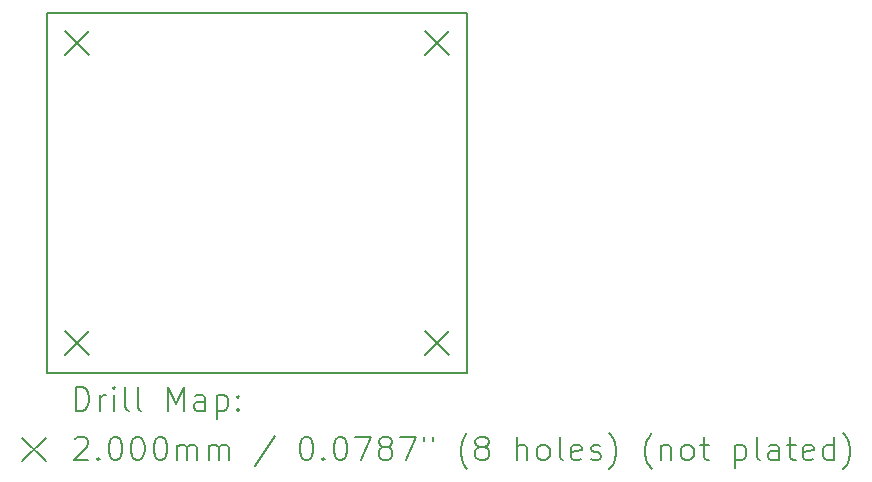
<source format=gbr>
%FSLAX45Y45*%
G04 Gerber Fmt 4.5, Leading zero omitted, Abs format (unit mm)*
G04 Created by KiCad (PCBNEW (6.0.5)) date 2022-05-28 22:26:31*
%MOMM*%
%LPD*%
G01*
G04 APERTURE LIST*
%TA.AperFunction,Profile*%
%ADD10C,0.200000*%
%TD*%
%ADD11C,0.200000*%
G04 APERTURE END LIST*
D10*
X8890000Y-2540000D02*
X12446000Y-2540000D01*
X12446000Y-2540000D02*
X12446000Y-5588000D01*
X12446000Y-5588000D02*
X8890000Y-5588000D01*
X8890000Y-5588000D02*
X8890000Y-2540000D01*
D11*
X9044000Y-2694000D02*
X9244000Y-2894000D01*
X9244000Y-2694000D02*
X9044000Y-2894000D01*
X9044000Y-2694000D02*
X9244000Y-2894000D01*
X9244000Y-2694000D02*
X9044000Y-2894000D01*
X9044000Y-5234000D02*
X9244000Y-5434000D01*
X9244000Y-5234000D02*
X9044000Y-5434000D01*
X9044000Y-5234000D02*
X9244000Y-5434000D01*
X9244000Y-5234000D02*
X9044000Y-5434000D01*
X12092000Y-2694000D02*
X12292000Y-2894000D01*
X12292000Y-2694000D02*
X12092000Y-2894000D01*
X12092000Y-2694000D02*
X12292000Y-2894000D01*
X12292000Y-2694000D02*
X12092000Y-2894000D01*
X12092000Y-5234000D02*
X12292000Y-5434000D01*
X12292000Y-5234000D02*
X12092000Y-5434000D01*
X12092000Y-5234000D02*
X12292000Y-5434000D01*
X12292000Y-5234000D02*
X12092000Y-5434000D01*
X9137619Y-5908476D02*
X9137619Y-5708476D01*
X9185238Y-5708476D01*
X9213810Y-5718000D01*
X9232857Y-5737048D01*
X9242381Y-5756095D01*
X9251905Y-5794190D01*
X9251905Y-5822762D01*
X9242381Y-5860857D01*
X9232857Y-5879905D01*
X9213810Y-5898952D01*
X9185238Y-5908476D01*
X9137619Y-5908476D01*
X9337619Y-5908476D02*
X9337619Y-5775143D01*
X9337619Y-5813238D02*
X9347143Y-5794190D01*
X9356667Y-5784667D01*
X9375714Y-5775143D01*
X9394762Y-5775143D01*
X9461429Y-5908476D02*
X9461429Y-5775143D01*
X9461429Y-5708476D02*
X9451905Y-5718000D01*
X9461429Y-5727524D01*
X9470952Y-5718000D01*
X9461429Y-5708476D01*
X9461429Y-5727524D01*
X9585238Y-5908476D02*
X9566190Y-5898952D01*
X9556667Y-5879905D01*
X9556667Y-5708476D01*
X9690000Y-5908476D02*
X9670952Y-5898952D01*
X9661429Y-5879905D01*
X9661429Y-5708476D01*
X9918571Y-5908476D02*
X9918571Y-5708476D01*
X9985238Y-5851333D01*
X10051905Y-5708476D01*
X10051905Y-5908476D01*
X10232857Y-5908476D02*
X10232857Y-5803714D01*
X10223333Y-5784667D01*
X10204286Y-5775143D01*
X10166190Y-5775143D01*
X10147143Y-5784667D01*
X10232857Y-5898952D02*
X10213810Y-5908476D01*
X10166190Y-5908476D01*
X10147143Y-5898952D01*
X10137619Y-5879905D01*
X10137619Y-5860857D01*
X10147143Y-5841809D01*
X10166190Y-5832286D01*
X10213810Y-5832286D01*
X10232857Y-5822762D01*
X10328095Y-5775143D02*
X10328095Y-5975143D01*
X10328095Y-5784667D02*
X10347143Y-5775143D01*
X10385238Y-5775143D01*
X10404286Y-5784667D01*
X10413810Y-5794190D01*
X10423333Y-5813238D01*
X10423333Y-5870381D01*
X10413810Y-5889428D01*
X10404286Y-5898952D01*
X10385238Y-5908476D01*
X10347143Y-5908476D01*
X10328095Y-5898952D01*
X10509048Y-5889428D02*
X10518571Y-5898952D01*
X10509048Y-5908476D01*
X10499524Y-5898952D01*
X10509048Y-5889428D01*
X10509048Y-5908476D01*
X10509048Y-5784667D02*
X10518571Y-5794190D01*
X10509048Y-5803714D01*
X10499524Y-5794190D01*
X10509048Y-5784667D01*
X10509048Y-5803714D01*
X8680000Y-6138000D02*
X8880000Y-6338000D01*
X8880000Y-6138000D02*
X8680000Y-6338000D01*
X9128095Y-6147524D02*
X9137619Y-6138000D01*
X9156667Y-6128476D01*
X9204286Y-6128476D01*
X9223333Y-6138000D01*
X9232857Y-6147524D01*
X9242381Y-6166571D01*
X9242381Y-6185619D01*
X9232857Y-6214190D01*
X9118571Y-6328476D01*
X9242381Y-6328476D01*
X9328095Y-6309428D02*
X9337619Y-6318952D01*
X9328095Y-6328476D01*
X9318571Y-6318952D01*
X9328095Y-6309428D01*
X9328095Y-6328476D01*
X9461429Y-6128476D02*
X9480476Y-6128476D01*
X9499524Y-6138000D01*
X9509048Y-6147524D01*
X9518571Y-6166571D01*
X9528095Y-6204667D01*
X9528095Y-6252286D01*
X9518571Y-6290381D01*
X9509048Y-6309428D01*
X9499524Y-6318952D01*
X9480476Y-6328476D01*
X9461429Y-6328476D01*
X9442381Y-6318952D01*
X9432857Y-6309428D01*
X9423333Y-6290381D01*
X9413810Y-6252286D01*
X9413810Y-6204667D01*
X9423333Y-6166571D01*
X9432857Y-6147524D01*
X9442381Y-6138000D01*
X9461429Y-6128476D01*
X9651905Y-6128476D02*
X9670952Y-6128476D01*
X9690000Y-6138000D01*
X9699524Y-6147524D01*
X9709048Y-6166571D01*
X9718571Y-6204667D01*
X9718571Y-6252286D01*
X9709048Y-6290381D01*
X9699524Y-6309428D01*
X9690000Y-6318952D01*
X9670952Y-6328476D01*
X9651905Y-6328476D01*
X9632857Y-6318952D01*
X9623333Y-6309428D01*
X9613810Y-6290381D01*
X9604286Y-6252286D01*
X9604286Y-6204667D01*
X9613810Y-6166571D01*
X9623333Y-6147524D01*
X9632857Y-6138000D01*
X9651905Y-6128476D01*
X9842381Y-6128476D02*
X9861429Y-6128476D01*
X9880476Y-6138000D01*
X9890000Y-6147524D01*
X9899524Y-6166571D01*
X9909048Y-6204667D01*
X9909048Y-6252286D01*
X9899524Y-6290381D01*
X9890000Y-6309428D01*
X9880476Y-6318952D01*
X9861429Y-6328476D01*
X9842381Y-6328476D01*
X9823333Y-6318952D01*
X9813810Y-6309428D01*
X9804286Y-6290381D01*
X9794762Y-6252286D01*
X9794762Y-6204667D01*
X9804286Y-6166571D01*
X9813810Y-6147524D01*
X9823333Y-6138000D01*
X9842381Y-6128476D01*
X9994762Y-6328476D02*
X9994762Y-6195143D01*
X9994762Y-6214190D02*
X10004286Y-6204667D01*
X10023333Y-6195143D01*
X10051905Y-6195143D01*
X10070952Y-6204667D01*
X10080476Y-6223714D01*
X10080476Y-6328476D01*
X10080476Y-6223714D02*
X10090000Y-6204667D01*
X10109048Y-6195143D01*
X10137619Y-6195143D01*
X10156667Y-6204667D01*
X10166190Y-6223714D01*
X10166190Y-6328476D01*
X10261429Y-6328476D02*
X10261429Y-6195143D01*
X10261429Y-6214190D02*
X10270952Y-6204667D01*
X10290000Y-6195143D01*
X10318571Y-6195143D01*
X10337619Y-6204667D01*
X10347143Y-6223714D01*
X10347143Y-6328476D01*
X10347143Y-6223714D02*
X10356667Y-6204667D01*
X10375714Y-6195143D01*
X10404286Y-6195143D01*
X10423333Y-6204667D01*
X10432857Y-6223714D01*
X10432857Y-6328476D01*
X10823333Y-6118952D02*
X10651905Y-6376095D01*
X11080476Y-6128476D02*
X11099524Y-6128476D01*
X11118571Y-6138000D01*
X11128095Y-6147524D01*
X11137619Y-6166571D01*
X11147143Y-6204667D01*
X11147143Y-6252286D01*
X11137619Y-6290381D01*
X11128095Y-6309428D01*
X11118571Y-6318952D01*
X11099524Y-6328476D01*
X11080476Y-6328476D01*
X11061429Y-6318952D01*
X11051905Y-6309428D01*
X11042381Y-6290381D01*
X11032857Y-6252286D01*
X11032857Y-6204667D01*
X11042381Y-6166571D01*
X11051905Y-6147524D01*
X11061429Y-6138000D01*
X11080476Y-6128476D01*
X11232857Y-6309428D02*
X11242381Y-6318952D01*
X11232857Y-6328476D01*
X11223333Y-6318952D01*
X11232857Y-6309428D01*
X11232857Y-6328476D01*
X11366190Y-6128476D02*
X11385238Y-6128476D01*
X11404286Y-6138000D01*
X11413809Y-6147524D01*
X11423333Y-6166571D01*
X11432857Y-6204667D01*
X11432857Y-6252286D01*
X11423333Y-6290381D01*
X11413809Y-6309428D01*
X11404286Y-6318952D01*
X11385238Y-6328476D01*
X11366190Y-6328476D01*
X11347143Y-6318952D01*
X11337619Y-6309428D01*
X11328095Y-6290381D01*
X11318571Y-6252286D01*
X11318571Y-6204667D01*
X11328095Y-6166571D01*
X11337619Y-6147524D01*
X11347143Y-6138000D01*
X11366190Y-6128476D01*
X11499524Y-6128476D02*
X11632857Y-6128476D01*
X11547143Y-6328476D01*
X11737619Y-6214190D02*
X11718571Y-6204667D01*
X11709048Y-6195143D01*
X11699524Y-6176095D01*
X11699524Y-6166571D01*
X11709048Y-6147524D01*
X11718571Y-6138000D01*
X11737619Y-6128476D01*
X11775714Y-6128476D01*
X11794762Y-6138000D01*
X11804286Y-6147524D01*
X11813809Y-6166571D01*
X11813809Y-6176095D01*
X11804286Y-6195143D01*
X11794762Y-6204667D01*
X11775714Y-6214190D01*
X11737619Y-6214190D01*
X11718571Y-6223714D01*
X11709048Y-6233238D01*
X11699524Y-6252286D01*
X11699524Y-6290381D01*
X11709048Y-6309428D01*
X11718571Y-6318952D01*
X11737619Y-6328476D01*
X11775714Y-6328476D01*
X11794762Y-6318952D01*
X11804286Y-6309428D01*
X11813809Y-6290381D01*
X11813809Y-6252286D01*
X11804286Y-6233238D01*
X11794762Y-6223714D01*
X11775714Y-6214190D01*
X11880476Y-6128476D02*
X12013809Y-6128476D01*
X11928095Y-6328476D01*
X12080476Y-6128476D02*
X12080476Y-6166571D01*
X12156667Y-6128476D02*
X12156667Y-6166571D01*
X12451905Y-6404667D02*
X12442381Y-6395143D01*
X12423333Y-6366571D01*
X12413809Y-6347524D01*
X12404286Y-6318952D01*
X12394762Y-6271333D01*
X12394762Y-6233238D01*
X12404286Y-6185619D01*
X12413809Y-6157048D01*
X12423333Y-6138000D01*
X12442381Y-6109428D01*
X12451905Y-6099905D01*
X12556667Y-6214190D02*
X12537619Y-6204667D01*
X12528095Y-6195143D01*
X12518571Y-6176095D01*
X12518571Y-6166571D01*
X12528095Y-6147524D01*
X12537619Y-6138000D01*
X12556667Y-6128476D01*
X12594762Y-6128476D01*
X12613809Y-6138000D01*
X12623333Y-6147524D01*
X12632857Y-6166571D01*
X12632857Y-6176095D01*
X12623333Y-6195143D01*
X12613809Y-6204667D01*
X12594762Y-6214190D01*
X12556667Y-6214190D01*
X12537619Y-6223714D01*
X12528095Y-6233238D01*
X12518571Y-6252286D01*
X12518571Y-6290381D01*
X12528095Y-6309428D01*
X12537619Y-6318952D01*
X12556667Y-6328476D01*
X12594762Y-6328476D01*
X12613809Y-6318952D01*
X12623333Y-6309428D01*
X12632857Y-6290381D01*
X12632857Y-6252286D01*
X12623333Y-6233238D01*
X12613809Y-6223714D01*
X12594762Y-6214190D01*
X12870952Y-6328476D02*
X12870952Y-6128476D01*
X12956667Y-6328476D02*
X12956667Y-6223714D01*
X12947143Y-6204667D01*
X12928095Y-6195143D01*
X12899524Y-6195143D01*
X12880476Y-6204667D01*
X12870952Y-6214190D01*
X13080476Y-6328476D02*
X13061428Y-6318952D01*
X13051905Y-6309428D01*
X13042381Y-6290381D01*
X13042381Y-6233238D01*
X13051905Y-6214190D01*
X13061428Y-6204667D01*
X13080476Y-6195143D01*
X13109048Y-6195143D01*
X13128095Y-6204667D01*
X13137619Y-6214190D01*
X13147143Y-6233238D01*
X13147143Y-6290381D01*
X13137619Y-6309428D01*
X13128095Y-6318952D01*
X13109048Y-6328476D01*
X13080476Y-6328476D01*
X13261428Y-6328476D02*
X13242381Y-6318952D01*
X13232857Y-6299905D01*
X13232857Y-6128476D01*
X13413809Y-6318952D02*
X13394762Y-6328476D01*
X13356667Y-6328476D01*
X13337619Y-6318952D01*
X13328095Y-6299905D01*
X13328095Y-6223714D01*
X13337619Y-6204667D01*
X13356667Y-6195143D01*
X13394762Y-6195143D01*
X13413809Y-6204667D01*
X13423333Y-6223714D01*
X13423333Y-6242762D01*
X13328095Y-6261809D01*
X13499524Y-6318952D02*
X13518571Y-6328476D01*
X13556667Y-6328476D01*
X13575714Y-6318952D01*
X13585238Y-6299905D01*
X13585238Y-6290381D01*
X13575714Y-6271333D01*
X13556667Y-6261809D01*
X13528095Y-6261809D01*
X13509048Y-6252286D01*
X13499524Y-6233238D01*
X13499524Y-6223714D01*
X13509048Y-6204667D01*
X13528095Y-6195143D01*
X13556667Y-6195143D01*
X13575714Y-6204667D01*
X13651905Y-6404667D02*
X13661428Y-6395143D01*
X13680476Y-6366571D01*
X13690000Y-6347524D01*
X13699524Y-6318952D01*
X13709048Y-6271333D01*
X13709048Y-6233238D01*
X13699524Y-6185619D01*
X13690000Y-6157048D01*
X13680476Y-6138000D01*
X13661428Y-6109428D01*
X13651905Y-6099905D01*
X14013809Y-6404667D02*
X14004286Y-6395143D01*
X13985238Y-6366571D01*
X13975714Y-6347524D01*
X13966190Y-6318952D01*
X13956667Y-6271333D01*
X13956667Y-6233238D01*
X13966190Y-6185619D01*
X13975714Y-6157048D01*
X13985238Y-6138000D01*
X14004286Y-6109428D01*
X14013809Y-6099905D01*
X14090000Y-6195143D02*
X14090000Y-6328476D01*
X14090000Y-6214190D02*
X14099524Y-6204667D01*
X14118571Y-6195143D01*
X14147143Y-6195143D01*
X14166190Y-6204667D01*
X14175714Y-6223714D01*
X14175714Y-6328476D01*
X14299524Y-6328476D02*
X14280476Y-6318952D01*
X14270952Y-6309428D01*
X14261428Y-6290381D01*
X14261428Y-6233238D01*
X14270952Y-6214190D01*
X14280476Y-6204667D01*
X14299524Y-6195143D01*
X14328095Y-6195143D01*
X14347143Y-6204667D01*
X14356667Y-6214190D01*
X14366190Y-6233238D01*
X14366190Y-6290381D01*
X14356667Y-6309428D01*
X14347143Y-6318952D01*
X14328095Y-6328476D01*
X14299524Y-6328476D01*
X14423333Y-6195143D02*
X14499524Y-6195143D01*
X14451905Y-6128476D02*
X14451905Y-6299905D01*
X14461428Y-6318952D01*
X14480476Y-6328476D01*
X14499524Y-6328476D01*
X14718571Y-6195143D02*
X14718571Y-6395143D01*
X14718571Y-6204667D02*
X14737619Y-6195143D01*
X14775714Y-6195143D01*
X14794762Y-6204667D01*
X14804286Y-6214190D01*
X14813809Y-6233238D01*
X14813809Y-6290381D01*
X14804286Y-6309428D01*
X14794762Y-6318952D01*
X14775714Y-6328476D01*
X14737619Y-6328476D01*
X14718571Y-6318952D01*
X14928095Y-6328476D02*
X14909048Y-6318952D01*
X14899524Y-6299905D01*
X14899524Y-6128476D01*
X15090000Y-6328476D02*
X15090000Y-6223714D01*
X15080476Y-6204667D01*
X15061428Y-6195143D01*
X15023333Y-6195143D01*
X15004286Y-6204667D01*
X15090000Y-6318952D02*
X15070952Y-6328476D01*
X15023333Y-6328476D01*
X15004286Y-6318952D01*
X14994762Y-6299905D01*
X14994762Y-6280857D01*
X15004286Y-6261809D01*
X15023333Y-6252286D01*
X15070952Y-6252286D01*
X15090000Y-6242762D01*
X15156667Y-6195143D02*
X15232857Y-6195143D01*
X15185238Y-6128476D02*
X15185238Y-6299905D01*
X15194762Y-6318952D01*
X15213809Y-6328476D01*
X15232857Y-6328476D01*
X15375714Y-6318952D02*
X15356667Y-6328476D01*
X15318571Y-6328476D01*
X15299524Y-6318952D01*
X15290000Y-6299905D01*
X15290000Y-6223714D01*
X15299524Y-6204667D01*
X15318571Y-6195143D01*
X15356667Y-6195143D01*
X15375714Y-6204667D01*
X15385238Y-6223714D01*
X15385238Y-6242762D01*
X15290000Y-6261809D01*
X15556667Y-6328476D02*
X15556667Y-6128476D01*
X15556667Y-6318952D02*
X15537619Y-6328476D01*
X15499524Y-6328476D01*
X15480476Y-6318952D01*
X15470952Y-6309428D01*
X15461428Y-6290381D01*
X15461428Y-6233238D01*
X15470952Y-6214190D01*
X15480476Y-6204667D01*
X15499524Y-6195143D01*
X15537619Y-6195143D01*
X15556667Y-6204667D01*
X15632857Y-6404667D02*
X15642381Y-6395143D01*
X15661428Y-6366571D01*
X15670952Y-6347524D01*
X15680476Y-6318952D01*
X15690000Y-6271333D01*
X15690000Y-6233238D01*
X15680476Y-6185619D01*
X15670952Y-6157048D01*
X15661428Y-6138000D01*
X15642381Y-6109428D01*
X15632857Y-6099905D01*
M02*

</source>
